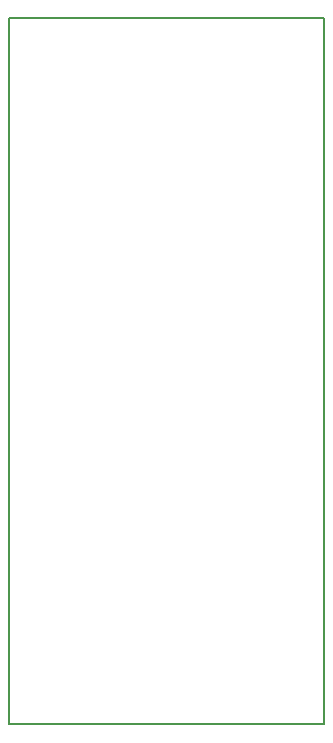
<source format=gbo>
G04 MADE WITH FRITZING*
G04 WWW.FRITZING.ORG*
G04 DOUBLE SIDED*
G04 HOLES PLATED*
G04 CONTOUR ON CENTER OF CONTOUR VECTOR*
%ASAXBY*%
%FSLAX23Y23*%
%MOIN*%
%OFA0B0*%
%SFA1.0B1.0*%
%ADD10R,1.058690X2.360330X1.042690X2.344330*%
%ADD11C,0.008000*%
%LNSILK0*%
G90*
G70*
G54D11*
X4Y2356D02*
X1055Y2356D01*
X1055Y4D01*
X4Y4D01*
X4Y2356D01*
D02*
G04 End of Silk0*
M02*
</source>
